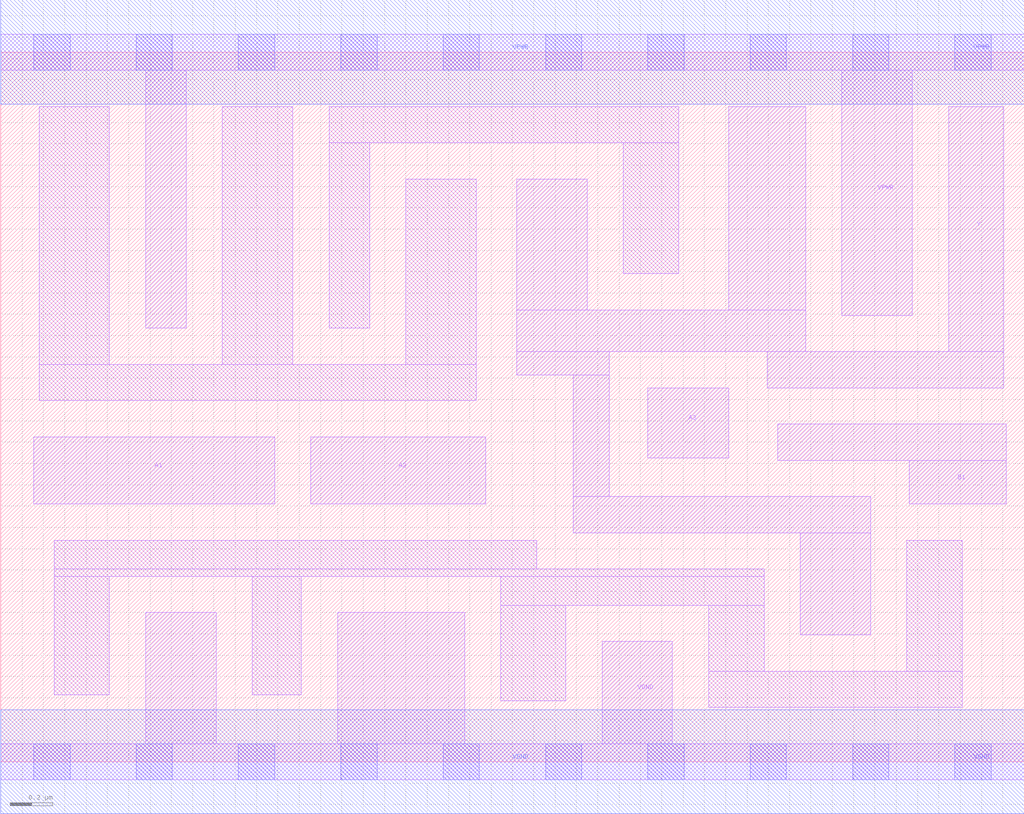
<source format=lef>
# Copyright 2020 The SkyWater PDK Authors
#
# Licensed under the Apache License, Version 2.0 (the "License");
# you may not use this file except in compliance with the License.
# You may obtain a copy of the License at
#
#     https://www.apache.org/licenses/LICENSE-2.0
#
# Unless required by applicable law or agreed to in writing, software
# distributed under the License is distributed on an "AS IS" BASIS,
# WITHOUT WARRANTIES OR CONDITIONS OF ANY KIND, either express or implied.
# See the License for the specific language governing permissions and
# limitations under the License.
#
# SPDX-License-Identifier: Apache-2.0

VERSION 5.7 ;
  NAMESCASESENSITIVE ON ;
  NOWIREEXTENSIONATPIN ON ;
  DIVIDERCHAR "/" ;
  BUSBITCHARS "[]" ;
UNITS
  DATABASE MICRONS 200 ;
END UNITS
MACRO sky130_fd_sc_lp__o31ai_2
  CLASS CORE ;
  SOURCE USER ;
  FOREIGN sky130_fd_sc_lp__o31ai_2 ;
  ORIGIN  0.000000  0.000000 ;
  SIZE  4.800000 BY  3.330000 ;
  SYMMETRY X Y R90 ;
  SITE unit ;
  PIN A1
    ANTENNAGATEAREA  0.630000 ;
    DIRECTION INPUT ;
    USE SIGNAL ;
    PORT
      LAYER li1 ;
        RECT 0.155000 1.210000 1.285000 1.525000 ;
    END
  END A1
  PIN A2
    ANTENNAGATEAREA  0.630000 ;
    DIRECTION INPUT ;
    USE SIGNAL ;
    PORT
      LAYER li1 ;
        RECT 1.455000 1.210000 2.275000 1.525000 ;
    END
  END A2
  PIN A3
    ANTENNAGATEAREA  0.630000 ;
    DIRECTION INPUT ;
    USE SIGNAL ;
    PORT
      LAYER li1 ;
        RECT 3.035000 1.425000 3.415000 1.755000 ;
    END
  END A3
  PIN B1
    ANTENNAGATEAREA  0.630000 ;
    DIRECTION INPUT ;
    USE SIGNAL ;
    PORT
      LAYER li1 ;
        RECT 3.645000 1.415000 4.715000 1.585000 ;
        RECT 4.260000 1.210000 4.715000 1.415000 ;
    END
  END B1
  PIN Y
    ANTENNADIFFAREA  1.451100 ;
    DIRECTION OUTPUT ;
    USE SIGNAL ;
    PORT
      LAYER li1 ;
        RECT 2.420000 1.815000 2.855000 1.925000 ;
        RECT 2.420000 1.925000 3.775000 2.120000 ;
        RECT 2.420000 2.120000 2.750000 2.735000 ;
        RECT 2.685000 1.075000 4.080000 1.245000 ;
        RECT 2.685000 1.245000 2.855000 1.815000 ;
        RECT 3.415000 2.120000 3.775000 3.075000 ;
        RECT 3.595000 1.755000 4.705000 1.925000 ;
        RECT 3.750000 0.595000 4.080000 1.075000 ;
        RECT 4.445000 1.925000 4.705000 3.075000 ;
    END
  END Y
  PIN VGND
    DIRECTION INOUT ;
    USE GROUND ;
    PORT
      LAYER li1 ;
        RECT 0.000000 -0.085000 4.800000 0.085000 ;
        RECT 0.680000  0.085000 1.010000 0.700000 ;
        RECT 1.580000  0.085000 2.175000 0.700000 ;
        RECT 2.820000  0.085000 3.150000 0.565000 ;
      LAYER mcon ;
        RECT 0.155000 -0.085000 0.325000 0.085000 ;
        RECT 0.635000 -0.085000 0.805000 0.085000 ;
        RECT 1.115000 -0.085000 1.285000 0.085000 ;
        RECT 1.595000 -0.085000 1.765000 0.085000 ;
        RECT 2.075000 -0.085000 2.245000 0.085000 ;
        RECT 2.555000 -0.085000 2.725000 0.085000 ;
        RECT 3.035000 -0.085000 3.205000 0.085000 ;
        RECT 3.515000 -0.085000 3.685000 0.085000 ;
        RECT 3.995000 -0.085000 4.165000 0.085000 ;
        RECT 4.475000 -0.085000 4.645000 0.085000 ;
      LAYER met1 ;
        RECT 0.000000 -0.245000 4.800000 0.245000 ;
    END
  END VGND
  PIN VPWR
    DIRECTION INOUT ;
    USE POWER ;
    PORT
      LAYER li1 ;
        RECT 0.000000 3.245000 4.800000 3.415000 ;
        RECT 0.680000 2.035000 0.870000 3.245000 ;
        RECT 3.945000 2.095000 4.275000 3.245000 ;
      LAYER mcon ;
        RECT 0.155000 3.245000 0.325000 3.415000 ;
        RECT 0.635000 3.245000 0.805000 3.415000 ;
        RECT 1.115000 3.245000 1.285000 3.415000 ;
        RECT 1.595000 3.245000 1.765000 3.415000 ;
        RECT 2.075000 3.245000 2.245000 3.415000 ;
        RECT 2.555000 3.245000 2.725000 3.415000 ;
        RECT 3.035000 3.245000 3.205000 3.415000 ;
        RECT 3.515000 3.245000 3.685000 3.415000 ;
        RECT 3.995000 3.245000 4.165000 3.415000 ;
        RECT 4.475000 3.245000 4.645000 3.415000 ;
      LAYER met1 ;
        RECT 0.000000 3.085000 4.800000 3.575000 ;
    END
  END VPWR
  OBS
    LAYER li1 ;
      RECT 0.180000 1.695000 2.230000 1.865000 ;
      RECT 0.180000 1.865000 0.510000 3.075000 ;
      RECT 0.250000 0.315000 0.510000 0.870000 ;
      RECT 0.250000 0.870000 3.580000 0.905000 ;
      RECT 0.250000 0.905000 2.515000 1.040000 ;
      RECT 1.040000 1.865000 1.370000 3.075000 ;
      RECT 1.180000 0.315000 1.410000 0.870000 ;
      RECT 1.540000 2.035000 1.730000 2.905000 ;
      RECT 1.540000 2.905000 3.180000 3.075000 ;
      RECT 1.900000 1.865000 2.230000 2.735000 ;
      RECT 2.345000 0.285000 2.650000 0.735000 ;
      RECT 2.345000 0.735000 3.580000 0.870000 ;
      RECT 2.920000 2.290000 3.180000 2.905000 ;
      RECT 3.320000 0.255000 4.510000 0.425000 ;
      RECT 3.320000 0.425000 3.580000 0.735000 ;
      RECT 4.250000 0.425000 4.510000 1.040000 ;
  END
END sky130_fd_sc_lp__o31ai_2

</source>
